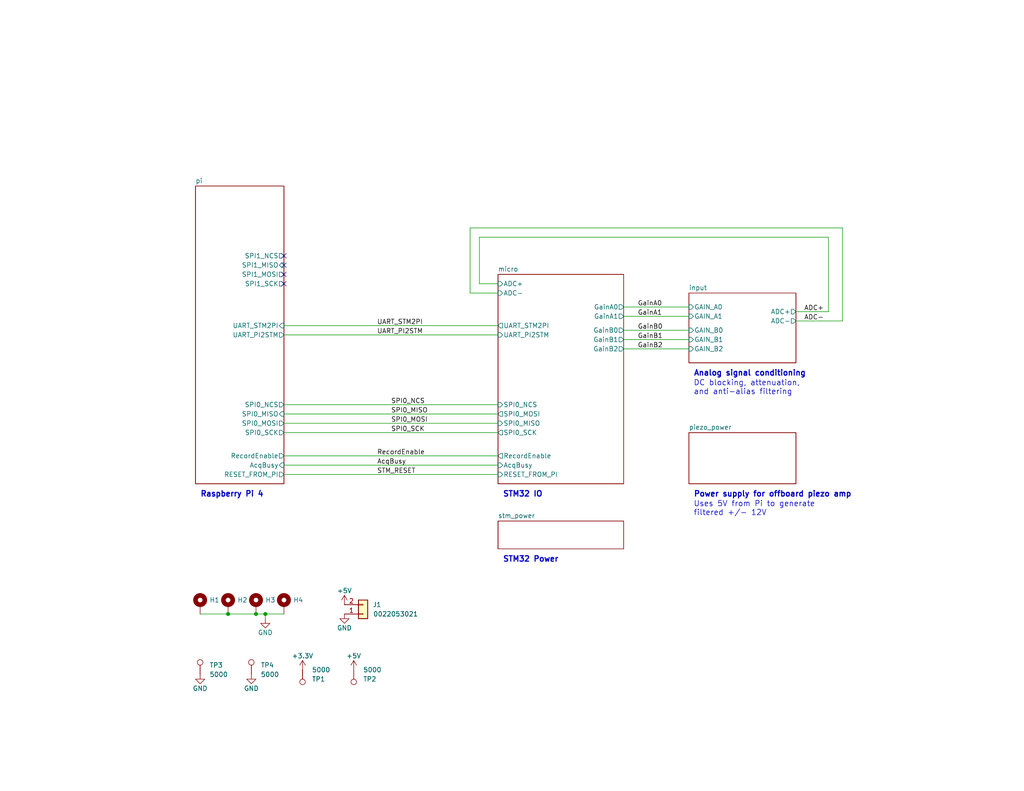
<source format=kicad_sch>
(kicad_sch (version 20230121) (generator eeschema)
  (paper "USLetter")
  (title_block (title "Whaleboard Integrated") (date "2024-05-31") (rev "A") (company "Underwater Acousics Collective"))
  (lib_symbols
    (symbol "Connector:TestPoint" (pin_numbers hide) (pin_names (offset 0.762) hide)
      (property "Reference" "TP" (at 0 6.858 0))
      (property "Value" "TestPoint" (at 0 5.08 0))
      (symbol "TestPoint_0_1"
        (circle (center 0 3.302) (radius 0.762))
      )
      (symbol "TestPoint_1_1"
        (pin passive line (at 0 0 90) (length 2.54) (name "1") (number "1"))
      )
    )
    (symbol "Connector_Generic:Conn_01x02" (pin_names (offset 1.016) hide)
      (property "Reference" "J" (at 0 2.54 0))
      (property "Value" "Conn_01x02" (at 0 -5.08 0))
      (symbol "Conn_01x02_1_1"
        (rectangle (start -1.27 -2.413) (end 0 -2.667) (stroke (width 0.1524)))
        (rectangle (start -1.27 0.127) (end 0 -0.127) (stroke (width 0.1524)))
        (rectangle (start -1.27 1.27) (end 1.27 -3.81) (stroke (width 0.254)) (fill (type background)))
        (pin passive line (at -5.08 0 0) (length 3.81) (name "Pin_1") (number "1"))
        (pin passive line (at -5.08 -2.54 0) (length 3.81) (name "Pin_2") (number "2"))
      )
    )
    (symbol "Mechanical:MountingHole_Pad" (pin_numbers hide) (pin_names (offset 1.016) hide)
      (property "Reference" "H" (at 0 6.35 0))
      (property "Value" "MountingHole_Pad" (at 0 4.445 0))
      (symbol "MountingHole_Pad_0_1"
        (circle (center 0 1.27) (radius 1.27) (stroke (width 1.27)))
      )
      (symbol "MountingHole_Pad_1_1"
        (pin input line (at 0 -2.54 90) (length 2.54) (name "1") (number "1"))
      )
    )
    (symbol "power:+3.3V" (power) (pin_names (offset 0))
      (property "Value" "+3.3V" (at 0 3.556 0))
      (symbol "+3.3V_0_1"
        (polyline (pts (xy -0.762 1.27) (xy 0 2.54)))
        (polyline (pts (xy 0 0) (xy 0 2.54)))
        (polyline (pts (xy 0 2.54) (xy 0.762 1.27)))
      )
      (symbol "+3.3V_1_1"
        (pin power_in line (at 0 0 90) (length 0) hide (name "+3.3V") (number "1"))
      )
    )
    (symbol "power:+5V" (power) (pin_names (offset 0))
      (property "Value" "+5V" (at 0 3.556 0))
      (symbol "+5V_0_1"
        (polyline (pts (xy -0.762 1.27) (xy 0 2.54)))
        (polyline (pts (xy 0 0) (xy 0 2.54)))
        (polyline (pts (xy 0 2.54) (xy 0.762 1.27)))
      )
      (symbol "+5V_1_1"
        (pin power_in line (at 0 0 90) (length 0) hide (name "+5V") (number "1"))
      )
    )
    (symbol "power:GND" (power) (pin_names (offset 0))
      (property "Value" "GND" (at 0 -3.81 0))
      (symbol "GND_0_1"
        (polyline (pts (xy 0 0) (xy 0 -1.27) (xy 1.27 -1.27) (xy 0 -2.54) (xy -1.27 -1.27) (xy 0 -1.27)))
      )
      (symbol "GND_1_1"
        (pin power_in line (at 0 0 270) (length 0) hide (name "GND") (number "1"))
      )
    )
  )
  (junction (at 62.23 167.64))
  (junction (at 72.39 167.64))
  (junction (at 69.85 167.64))
  (no_connect (at 77.47 74.93))
  (no_connect (at 77.47 77.47))
  (no_connect (at 77.47 69.85))
  (no_connect (at 77.47 72.39))
  (wire (pts (xy 217.17 87.63) (xy 229.87 87.63)))
  (wire (pts (xy 217.17 85.09) (xy 226.06 85.09)))
  (wire (pts (xy 77.47 115.57) (xy 135.89 115.57)))
  (wire (pts (xy 77.47 129.54) (xy 135.89 129.54)))
  (wire (pts (xy 72.39 167.64) (xy 69.85 167.64)))
  (wire (pts (xy 77.47 91.44) (xy 135.89 91.44)))
  (wire (pts (xy 187.96 95.25) (xy 170.18 95.25)))
  (wire (pts (xy 128.27 80.01) (xy 128.27 62.23)))
  (wire (pts (xy 128.27 80.01) (xy 135.89 80.01)))
  (wire (pts (xy 130.81 77.47) (xy 135.89 77.47)))
  (wire (pts (xy 226.06 85.09) (xy 226.06 64.77)))
  (wire (pts (xy 72.39 167.64) (xy 77.47 167.64)))
  (wire (pts (xy 128.27 62.23) (xy 229.87 62.23)))
  (wire (pts (xy 62.23 167.64) (xy 54.61 167.64)))
  (wire (pts (xy 77.47 127) (xy 135.89 127)))
  (wire (pts (xy 77.47 118.11) (xy 135.89 118.11)))
  (wire (pts (xy 77.47 113.03) (xy 135.89 113.03)))
  (wire (pts (xy 187.96 83.82) (xy 170.18 83.82)))
  (wire (pts (xy 77.47 124.46) (xy 135.89 124.46)))
  (wire (pts (xy 72.39 168.91) (xy 72.39 167.64)))
  (wire (pts (xy 226.06 64.77) (xy 130.81 64.77)))
  (wire (pts (xy 187.96 86.36) (xy 170.18 86.36)))
  (wire (pts (xy 187.96 92.71) (xy 170.18 92.71)))
  (wire (pts (xy 77.47 110.49) (xy 135.89 110.49)))
  (wire (pts (xy 130.81 64.77) (xy 130.81 77.47)))
  (wire (pts (xy 77.47 88.9) (xy 135.89 88.9)))
  (wire (pts (xy 229.87 62.23) (xy 229.87 87.63)))
  (wire (pts (xy 187.96 90.17) (xy 170.18 90.17)))
  (wire (pts (xy 69.85 167.64) (xy 62.23 167.64)))
  (text "Uses 5V from Pi to generate\nfiltered +/- 12V" (at 189.23 140.97 0) (effects (font (size 1.5 1.5)) (justify left bottom)))
  (text "Analog signal conditioning" (at 189.23 102.87 0) (effects (font (size 1.5 1.5) (thickness 0.3) bold) (justify left bottom)))
  (text "STM32 IO" (at 137.16 135.89 0) (effects (font (size 1.5 1.5) (thickness 0.3) bold) (justify left bottom)))
  (text "STM32 Power" (at 137.16 153.67 0) (effects (font (size 1.5 1.5) (thickness 0.3) bold) (justify left bottom)))
  (text "DC blocking, attenuation, \nand anti-alias filtering" (at 189.23 107.95 0) (effects (font (size 1.5 1.5)) (justify left bottom)))
  (text "Raspberry Pi 4" (at 54.61 135.89 0) (effects (font (size 1.5 1.5) (thickness 0.3) bold) (justify left bottom)))
  (text "Power supply for offboard piezo amp" (at 189.23 135.89 0) (effects (font (size 1.5 1.5) (thickness 0.3) bold) (justify left bottom)))
  (label "SPI0_NCS" (at 106.68 110.49 0))
  (label "GainA1" (at 173.99 86.36 0))
  (label "SPI0_MISO" (at 106.68 113.03 0))
  (label "GainB0" (at 173.99 90.17 0))
  (label "ADC-" (at 224.79 87.63 180))
  (label "STM_RESET" (at 102.87 129.54 0))
  (label "ADC+" (at 224.79 85.09 180))
  (label "GainB2" (at 173.99 95.25 0))
  (label "SPI0_MOSI" (at 106.68 115.57 0))
  (label "UART_PI2STM" (at 102.87 91.44 0))
  (label "RecordEnable" (at 102.87 124.46 0))
  (label "AcqBusy" (at 102.87 127 0))
  (label "UART_STM2PI" (at 102.87 88.9 0))
  (label "GainB1" (at 173.99 92.71 0))
  (label "SPI0_SCK" (at 106.68 118.11 0))
  (label "GainA0" (at 173.99 83.82 0))
  (symbol (lib_id "power:+5V") (at 93.98 165.1 0) (unit 1)
    (property "Reference" "#PWR01" (effects hide))
    (property "Value" "+5V" (at 93.98 161.29 0))
  )
  (symbol (lib_id "Connector_Generic:Conn_01x02") (at 99.06 167.64 0) (mirror x) (unit 1)
    (property "Reference" "J1" (at 102.87 165.1 0))
    (property "Value" "0022053021" (at 107.95 167.64 0))
    (property "Footprint" "Connector_Molex:Molex_KK-254_AE-6410-02A_1x02_P2.54mm_Vertical" (effects hide))
    (property "MFG" "Molex" (effects hide))
    (property "PN" "0022053021" (effects hide))
    (property "DIGI" "900-0022053021-ND" (effects hide))
  )
  (symbol (lib_id "Mechanical:MountingHole_Pad") (at 62.23 165.1 0) (unit 1)
    (property "Reference" "H2" (at 64.77 163.83 0) (effects (justify left)))
    (property "Value" "MountingHole_Pad" (effects hide))
    (property "Footprint" "MountingHole:MountingHole_2.7mm_Pad" (effects hide))
    (property "MFG" "-" (effects hide))
    (property "PN" "-" (effects hide))
  )
  (symbol (lib_id "Connector:TestPoint") (at 54.61 184.15 0) (unit 1)
    (property "Reference" "TP3" (at 57.15 181.61 0) (effects (justify left)))
    (property "Value" "5000" (at 57.15 184.15 0) (effects (justify left)))
    (property "Footprint" "TestPoint:TestPoint_Keystone_5000-5004_Miniature" (effects hide))
    (property "MFG" "-" (effects hide))
    (property "PN" "-" (effects hide))
  )
  (symbol (lib_id "Connector:TestPoint") (at 96.52 182.88 0) (mirror x) (unit 1)
    (property "Reference" "TP2" (at 99.06 185.42 0) (effects (justify left)))
    (property "Value" "5000" (at 99.06 182.88 0) (effects (justify left)))
    (property "Footprint" "TestPoint:TestPoint_Keystone_5000-5004_Miniature" (effects hide))
    (property "MFG" "-" (effects hide))
    (property "PN" "-" (effects hide))
  )
  (symbol (lib_id "Connector:TestPoint") (at 82.55 182.88 0) (mirror x) (unit 1)
    (property "Reference" "TP1" (at 85.09 185.42 0) (effects (justify left)))
    (property "Value" "5000" (at 85.09 182.88 0) (effects (justify left)))
    (property "Footprint" "TestPoint:TestPoint_Keystone_5000-5004_Miniature" (effects hide))
    (property "MFG" "-" (effects hide))
    (property "PN" "-" (effects hide))
  )
  (symbol (lib_id "Mechanical:MountingHole_Pad") (at 77.47 165.1 0) (unit 1)
    (property "Reference" "H4" (at 80.01 163.83 0) (effects (justify left)))
    (property "Value" "MountingHole_Pad" (effects hide))
    (property "Footprint" "MountingHole:MountingHole_2.7mm_Pad" (effects hide))
    (property "MFG" "-" (effects hide))
    (property "PN" "-" (effects hide))
  )
  (symbol (lib_id "power:GND") (at 54.61 184.15 0) (unit 1)
    (property "Reference" "#PWR06" (effects hide))
    (property "Value" "GND" (at 54.61 187.96 0))
  )
  (symbol (lib_id "power:+3.3V") (at 82.55 182.88 0) (unit 1)
    (property "Reference" "#PWR04" (effects hide))
    (property "Value" "+3.3V" (at 82.55 179.07 0))
  )
  (symbol (lib_id "Mechanical:MountingHole_Pad") (at 69.85 165.1 0) (unit 1)
    (property "Reference" "H3" (at 72.39 163.83 0) (effects (justify left)))
    (property "Value" "MountingHole_Pad" (effects hide))
    (property "Footprint" "MountingHole:MountingHole_2.7mm_Pad" (effects hide))
    (property "MFG" "-" (effects hide))
    (property "PN" "-" (effects hide))
  )
  (symbol (lib_id "power:GND") (at 93.98 167.64 0) (unit 1)
    (property "Reference" "#PWR02" (effects hide))
    (property "Value" "GND" (at 93.98 171.45 0))
  )
  (symbol (lib_id "Connector:TestPoint") (at 68.58 184.15 0) (unit 1)
    (property "Reference" "TP4" (at 71.12 181.61 0) (effects (justify left)))
    (property "Value" "5000" (at 71.12 184.15 0) (effects (justify left)))
    (property "Footprint" "TestPoint:TestPoint_Keystone_5000-5004_Miniature" (effects hide))
    (property "MFG" "-" (effects hide))
    (property "PN" "-" (effects hide))
  )
  (symbol (lib_id "Mechanical:MountingHole_Pad") (at 54.61 165.1 0) (unit 1)
    (property "Reference" "H1" (at 57.15 163.83 0) (effects (justify left)))
    (property "Value" "MountingHole_Pad" (effects hide))
    (property "Footprint" "MountingHole:MountingHole_2.7mm_Pad" (effects hide))
    (property "MFG" "-" (effects hide))
    (property "PN" "-" (effects hide))
  )
  (symbol (lib_id "power:+5V") (at 96.52 182.88 0) (unit 1)
    (property "Reference" "#PWR05" (effects hide))
    (property "Value" "+5V" (at 96.52 179.07 0))
  )
  (symbol (lib_id "power:GND") (at 68.58 184.15 0) (unit 1)
    (property "Reference" "#PWR07" (effects hide))
    (property "Value" "GND" (at 68.58 187.96 0))
  )
  (symbol (lib_id "power:GND") (at 72.39 168.91 0) (unit 1)
    (property "Reference" "#PWR03" (effects hide))
    (property "Value" "GND" (at 72.39 172.72 0))
  )
  (sheet (at 135.89 74.93) (size 34.29 57.15) (stroke (width 0.1524))
    (property "Sheetname" "micro" (at 135.89 74.2184 0) (effects (justify left bottom)))
    (property "Sheetfile" "micro.kicad_sch" (effects hide))
    (pin "ADC-" input (at 135.89 80.01 180))
    (pin "GainA0" output (at 170.18 83.82 0))
    (pin "RecordEnable" output (at 135.89 124.46 180))
    (pin "AcqBusy" input (at 135.89 127 180))
    (pin "GainA1" output (at 170.18 86.36 0))
    (pin "ADC+" input (at 135.89 77.47 180))
    (pin "SPI0_MISO" input (at 135.89 115.57 180))
    (pin "SPI0_MOSI" output (at 135.89 113.03 180))
    (pin "SPI0_SCK" output (at 135.89 118.11 180))
    (pin "UART_STM2PI" output (at 135.89 88.9 180))
    (pin "UART_PI2STM" input (at 135.89 91.44 180))
    (pin "SPI0_NCS" input (at 135.89 110.49 180))
    (pin "GainB0" output (at 170.18 90.17 0))
    (pin "GainB1" output (at 170.18 92.71 0))
    (pin "GainB2" output (at 170.18 95.25 0))
    (pin "RESET_FROM_PI" input (at 135.89 129.54 180))
  )
  (sheet (at 187.96 80.01) (size 29.21 19.05) (stroke (width 0.1524))
    (property "Sheetname" "input" (at 187.96 79.2984 0) (effects (justify left bottom)))
    (property "Sheetfile" "input.kicad_sch" (effects hide))
    (pin "GAIN_A0" input (at 187.96 83.82 180))
    (pin "GAIN_A1" input (at 187.96 86.36 180))
    (pin "ADC+" output (at 217.17 85.09 0))
    (pin "ADC-" output (at 217.17 87.63 0))
    (pin "GAIN_B0" input (at 187.96 90.17 180))
    (pin "GAIN_B1" input (at 187.96 92.71 180))
    (pin "GAIN_B2" input (at 187.96 95.25 180))
  )
  (sheet (at 53.34 50.8) (size 24.13 81.28) (stroke (width 0.1524))
    (property "Sheetname" "pi" (at 53.34 50.0884 0) (effects (justify left bottom)))
    (property "Sheetfile" "pi.kicad_sch" (effects hide))
    (pin "SPI0_MISO" input (at 77.47 113.03 0))
    (pin "SPI0_SCK" output (at 77.47 118.11 0))
    (pin "SPI0_MOSI" output (at 77.47 115.57 0))
    (pin "SPI0_NCS" output (at 77.47 110.49 0))
    (pin "AcqBusy" input (at 77.47 127 0))
    (pin "SPI1_SCK" output (at 77.47 77.47 0))
    (pin "RecordEnable" output (at 77.47 124.46 0))
    (pin "SPI1_MOSI" output (at 77.47 74.93 0))
    (pin "SPI1_NCS" output (at 77.47 69.85 0))
    (pin "SPI1_MISO" input (at 77.47 72.39 0))
    (pin "UART_PI2STM" output (at 77.47 91.44 0))
    (pin "UART_STM2PI" input (at 77.47 88.9 0))
    (pin "RESET_FROM_PI" output (at 77.47 129.54 0))
  )
  (sheet (at 187.96 118.11) (size 29.21 13.97) (stroke (width 0.1524))
    (property "Sheetname" "piezo_power" (at 187.96 117.3984 0) (effects (justify left bottom)))
    (property "Sheetfile" "piezo_power.kicad_sch" (effects hide))
  )
  (sheet (at 135.89 142.24) (size 34.29 7.62) (stroke (width 0.1524))
    (property "Sheetname" "stm_power" (at 135.89 141.5284 0) (effects (justify left bottom)))
    (property "Sheetfile" "stm_power.kicad_sch" (effects hide))
  )
)
</source>
